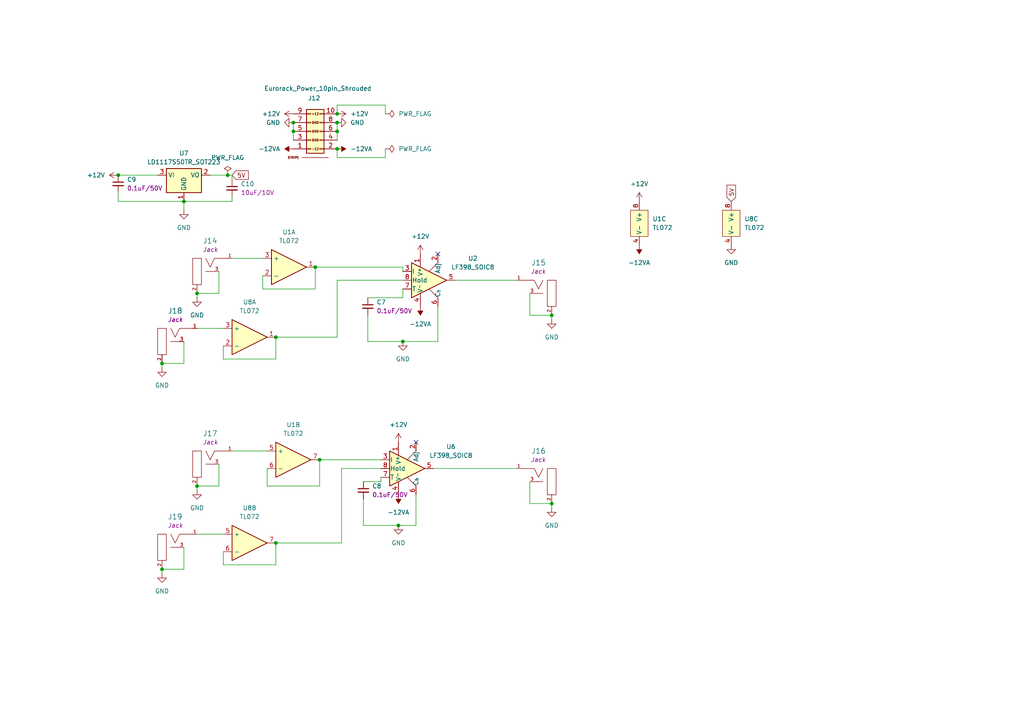
<source format=kicad_sch>
(kicad_sch (version 20231120) (generator "eeschema") (generator_version "8.0")
  (paper "A4")
  (lib_symbols
    (symbol "4ms_Capacitor:0.1uF_0805_50V" (pin_numbers hide) (pin_names (offset 0.254))
      (property "Reference" "C" (at 1.905 1.27 0))
      (property "Display" "0.1uF/50V" (at 1.905 -1.27 0))
      (symbol "0.1uF_0805_50V_1_1"
        (polyline (pts (xy -1.524 -0.508) (xy 1.524 -0.508)) (stroke (width 0.3302)))
        (polyline (pts (xy -1.524 0.508) (xy 1.524 0.508)) (stroke (width 0.3048)))
        (pin passive line (at 0 2.54 270) (length 2.032) (name "~") (number "1"))
        (pin passive line (at 0 -2.54 90) (length 2.032) (name "~") (number "2"))
      )
    )
    (symbol "4ms_Capacitor:10uF_0603_10V" (pin_numbers hide) (pin_names (offset 0.254) hide)
      (property "Reference" "C" (at 1.905 1.27 0))
      (property "Display" "10uF/10V" (at 1.905 -1.27 0))
      (symbol "10uF_0603_10V_0_1"
        (polyline (pts (xy -1.524 -0.508) (xy 1.524 -0.508)) (stroke (width 0.3302)))
        (polyline (pts (xy -1.524 0.508) (xy 1.524 0.508)) (stroke (width 0.3048)))
      )
      (symbol "10uF_0603_10V_1_1"
        (pin passive line (at 0 2.54 270) (length 2.032) (name "~") (number "1"))
        (pin passive line (at 0 -2.54 90) (length 2.032) (name "~") (number "2"))
      )
    )
    (symbol "4ms_Connector:Eurorack_Power_10pin_Shrouded" (pin_names (offset 0.0254) hide)
      (property "Reference" "J" (at 0 7.62 0))
      (property "Value" "Eurorack_Power_10pin_Shrouded" (at 0 10.16 0))
      (symbol "Eurorack_Power_10pin_Shrouded_0_0"
        (text "+12" (at 0 5.08 0) (effects (font (size 0.635 0.635))))
        (text "-12" (at 0 -5.08 0) (effects (font (size 0.635 0.635))))
        (text "GND" (at 0 -2.54 0) (effects (font (size 0.635 0.635))))
        (text "GND" (at 0 0 0) (effects (font (size 0.635 0.635))))
        (text "GND" (at 0 2.54 0) (effects (font (size 0.635 0.635))))
        (text "STRIPE" (at -6.35 -7.62 0) (effects (font (size 0.635 0.635))))
      )
      (symbol "Eurorack_Power_10pin_Shrouded_0_1"
        (rectangle (start -2.54 -6.35) (end 2.54 6.35) (stroke (width 0.254)) (fill (type background)))
        (rectangle (start -2.54 -4.953) (end -1.27 -5.207))
        (rectangle (start -2.54 -2.413) (end -1.27 -2.667))
        (rectangle (start -2.54 0.127) (end -1.27 -0.127))
        (rectangle (start -2.54 2.667) (end -1.27 2.413))
        (rectangle (start -2.54 5.207) (end -1.27 4.953))
        (polyline (pts (xy -3.81 -7.62) (xy 3.81 -7.62) (xy 1.27 -7.62)))
        (rectangle (start 1.27 -4.953) (end 2.54 -5.207))
        (rectangle (start 1.27 -2.413) (end 2.54 -2.667))
        (rectangle (start 1.27 0.127) (end 2.54 -0.127))
        (rectangle (start 1.27 2.667) (end 2.54 2.413))
        (rectangle (start 1.27 5.207) (end 2.54 4.953))
      )
      (symbol "Eurorack_Power_10pin_Shrouded_1_1"
        (pin passive line (at -6.35 -5.08 0) (length 3.81) (name "-12V") (number "1"))
        (pin passive line (at 6.35 5.08 180) (length 3.81) (name "+12V") (number "10"))
        (pin passive line (at 6.35 -5.08 180) (length 3.81) (name "-12V") (number "2"))
        (pin passive line (at -6.35 -2.54 0) (length 3.81) (name "GND") (number "3"))
        (pin passive line (at 6.35 -2.54 180) (length 3.81) (name "GND") (number "4"))
        (pin passive line (at -6.35 0 0) (length 3.81) (name "GND") (number "5"))
        (pin passive line (at 6.35 0 180) (length 3.81) (name "GND") (number "6"))
        (pin passive line (at -6.35 2.54 0) (length 3.81) (name "GND") (number "7"))
        (pin passive line (at 6.35 2.54 180) (length 3.81) (name "GND") (number "8"))
        (pin passive line (at -6.35 5.08 0) (length 3.81) (name "+12V") (number "9"))
      )
    )
    (symbol "4ms_IC:TL072"
      (property "Reference" "U" (at 2.54 5.08 0))
      (property "Value" "TL072" (at 2.54 -3.81 0))
      (symbol "TL072_1_1"
        (polyline (pts (xy -5.08 5.08) (xy 5.08 0) (xy -5.08 -5.08) (xy -5.08 5.08)) (stroke (width 0.254)) (fill (type background)))
        (pin output line (at 7.62 0 180) (length 2.54) (name "~") (number "1"))
        (pin input line (at -7.62 -2.54 0) (length 2.54) (name "-") (number "2"))
        (pin input line (at -7.62 2.54 0) (length 2.54) (name "+") (number "3"))
      )
      (symbol "TL072_2_1"
        (polyline (pts (xy -5.08 5.08) (xy 5.08 0) (xy -5.08 -5.08) (xy -5.08 5.08)) (stroke (width 0.254)) (fill (type background)))
        (pin input line (at -7.62 2.54 0) (length 2.54) (name "+") (number "5"))
        (pin input line (at -7.62 -2.54 0) (length 2.54) (name "-") (number "6"))
        (pin output line (at 7.62 0 180) (length 2.54) (name "~") (number "7"))
      )
      (symbol "TL072_3_1"
        (rectangle (start -2.54 3.81) (end 2.54 -3.81) (fill (type background)))
        (pin power_in line (at 0 -6.35 90) (length 2.54) (name "V-") (number "4"))
        (pin power_in line (at 0 6.35 270) (length 2.54) (name "V+") (number "8"))
      )
    )
    (symbol "4ms_Jack:3.5mm_Mono_Switched_sm" (pin_names (offset 0) hide)
      (property "Reference" "J" (at -5.334 9.144 0))
      (property "Display" "Jack" (at -4.064 6.858 0))
      (symbol "3.5mm_Mono_Switched_sm_0_0"
        (rectangle (start -6.35 5.08) (end -3.81 -2.54))
        (polyline (pts (xy -2.54 1.27) (xy 0 1.27)))
        (polyline (pts (xy -2.54 5.08) (xy -1.27 2.54) (xy 0 5.08) (xy 3.81 5.08)))
      )
      (symbol "3.5mm_Mono_Switched_sm_1_1"
        (pin passive line (at 5.08 5.08 180) (length 1.27) (name "SIG") (number "1"))
        (pin passive line (at -5.08 -5.08 90) (length 2.54) (name "SHEILD") (number "2"))
        (pin passive line (at 1.27 1.27 180) (length 1.27) (name "SW") (number "3"))
      )
    )
    (symbol "4ms_Power-symbol:+12V" (power) (pin_names (offset 0))
      (property "Value" "+12V" (at 0 3.556 0))
      (symbol "+12V_0_1"
        (polyline (pts (xy -0.762 1.27) (xy 0 2.54)))
        (polyline (pts (xy 0 0) (xy 0 2.54)))
        (polyline (pts (xy 0 2.54) (xy 0.762 1.27)))
      )
      (symbol "+12V_1_1"
        (pin power_in line (at 0 0 90) (length 0) hide (name "+12V") (number "1"))
      )
    )
    (symbol "4ms_Power-symbol:-12VA" (power) (pin_names (offset 0))
      (property "Value" "-12VA" (at 0 3.556 0))
      (symbol "-12VA_0_0"
        (pin power_in line (at 0 0 90) (length 0) hide (name "-12VA") (number "1"))
      )
      (symbol "-12VA_0_1"
        (polyline (pts (xy 0 0) (xy 0 1.27) (xy 0.762 1.27) (xy 0 2.54) (xy -0.762 1.27) (xy 0 1.27)) (fill (type outline)))
      )
    )
    (symbol "Analog:LF398_SOIC8" (pin_names (offset 0.127))
      (property "Reference" "U" (at 5.08 3.81 0))
      (property "Value" "LF398_SOIC8" (at 5.08 -2.54 0))
      (symbol "LF398_SOIC8_0_1"
        (polyline (pts (xy 0 -2.54) (xy 2.54 -5.08)))
        (polyline (pts (xy 2.54 5.08) (xy 0 2.54)))
        (polyline (pts (xy -5.08 5.08) (xy 5.08 0) (xy -5.08 -5.08) (xy -5.08 5.08)) (stroke (width 0.254)) (fill (type background)))
      )
      (symbol "LF398_SOIC8_1_1"
        (pin passive line (at -2.54 7.62 270) (length 3.81) (name "V^{+}") (number "1"))
        (pin passive line (at 2.54 7.62 270) (length 2.54) (name "Adj") (number "2"))
        (pin input line (at -7.62 2.54 0) (length 2.54) (name "I") (number "3"))
        (pin passive line (at -2.54 -7.62 90) (length 3.81) (name "V^{-}") (number "4"))
        (pin output line (at 7.62 0 180) (length 2.54) (name "~") (number "5"))
        (pin passive line (at 2.54 -7.62 90) (length 2.54) (name "C_{h}") (number "6"))
        (pin passive line (at -7.62 -2.54 0) (length 2.54) (name "T") (number "7"))
        (pin input line (at -7.62 0 0) (length 2.54) (name "Hold") (number "8"))
      )
    )
    (symbol "Regulator_Linear:LD1117S50TR_SOT223"
      (property "Reference" "U" (at -3.81 3.175 0))
      (property "Value" "LD1117S50TR_SOT223" (at 0 3.175 0))
      (symbol "LD1117S50TR_SOT223_0_1"
        (rectangle (start -5.08 -5.08) (end 5.08 1.905) (stroke (width 0.254)) (fill (type background)))
      )
      (symbol "LD1117S50TR_SOT223_1_1"
        (pin power_in line (at 0 -7.62 90) (length 2.54) (name "GND") (number "1"))
        (pin power_out line (at 7.62 0 180) (length 2.54) (name "VO") (number "2"))
        (pin power_in line (at -7.62 0 0) (length 2.54) (name "VI") (number "3"))
      )
    )
    (symbol "power:GND" (power) (pin_numbers hide) (pin_names (offset 0) hide)
      (property "Value" "GND" (at 0 -3.81 0))
      (symbol "GND_0_1"
        (polyline (pts (xy 0 0) (xy 0 -1.27) (xy 1.27 -1.27) (xy 0 -2.54) (xy -1.27 -1.27) (xy 0 -1.27)))
      )
      (symbol "GND_1_1"
        (pin power_in line (at 0 0 270) (length 0) (name "~") (number "1"))
      )
    )
    (symbol "power:PWR_FLAG" (power) (pin_numbers hide) (pin_names (offset 0) hide)
      (property "Value" "PWR_FLAG" (at 0 3.81 0))
      (symbol "PWR_FLAG_0_0"
        (pin power_out line (at 0 0 90) (length 0) (name "~") (number "1"))
      )
      (symbol "PWR_FLAG_0_1"
        (polyline (pts (xy 0 0) (xy 0 1.27) (xy -1.016 1.905) (xy 0 2.54) (xy 1.016 1.905) (xy 0 1.27)))
      )
    )
  )
  (junction (at 85.09 35.56))
  (junction (at 115.57 152.4))
  (junction (at 97.79 35.56))
  (junction (at 85.09 38.1))
  (junction (at 116.84 99.06))
  (junction (at 160.02 91.44))
  (junction (at 46.99 105.41))
  (junction (at 57.15 140.97))
  (junction (at 97.79 33.02))
  (junction (at 97.79 43.18))
  (junction (at 80.01 157.48))
  (junction (at 160.02 146.05))
  (junction (at 66.04 50.8))
  (junction (at 92.71 133.35))
  (junction (at 57.15 85.09))
  (junction (at 97.79 38.1))
  (junction (at 34.29 50.8))
  (junction (at 53.34 58.42))
  (junction (at 91.44 77.47))
  (junction (at 46.99 165.1))
  (junction (at 80.01 97.79))
  (no_connect (at 120.65 128.27))
  (no_connect (at 127 73.66))
  (wire (pts (xy 85.09 38.1) (xy 85.09 40.64)))
  (wire (pts (xy 57.15 140.97) (xy 63.5 140.97)))
  (wire (pts (xy 53.34 58.42) (xy 53.34 60.96)))
  (wire (pts (xy 60.96 50.8) (xy 66.04 50.8)))
  (wire (pts (xy 77.47 140.97) (xy 92.71 140.97)))
  (wire (pts (xy 64.77 163.83) (xy 80.01 163.83)))
  (wire (pts (xy 46.99 165.1) (xy 53.34 165.1)))
  (wire (pts (xy 153.67 91.44) (xy 153.67 85.09)))
  (wire (pts (xy 46.99 105.41) (xy 53.34 105.41)))
  (wire (pts (xy 127 88.9) (xy 127 99.06)))
  (wire (pts (xy 105.41 139.7) (xy 110.49 139.7)))
  (wire (pts (xy 153.67 146.05) (xy 153.67 139.7)))
  (wire (pts (xy 57.15 142.24) (xy 57.15 140.97)))
  (wire (pts (xy 77.47 135.89) (xy 77.47 140.97)))
  (wire (pts (xy 106.68 86.36) (xy 116.84 86.36)))
  (wire (pts (xy 97.79 81.28) (xy 116.84 81.28)))
  (wire (pts (xy 80.01 157.48) (xy 99.06 157.48)))
  (wire (pts (xy 92.71 133.35) (xy 110.49 133.35)))
  (wire (pts (xy 57.15 86.36) (xy 57.15 85.09)))
  (wire (pts (xy 97.79 97.79) (xy 97.79 81.28)))
  (wire (pts (xy 115.57 152.4) (xy 120.65 152.4)))
  (wire (pts (xy 67.31 50.8) (xy 67.31 52.07)))
  (wire (pts (xy 63.5 85.09) (xy 63.5 78.74)))
  (wire (pts (xy 57.15 95.25) (xy 64.77 95.25)))
  (wire (pts (xy 105.41 152.4) (xy 105.41 144.78)))
  (wire (pts (xy 160.02 92.71) (xy 160.02 91.44)))
  (wire (pts (xy 111.76 33.02) (xy 111.76 30.48)))
  (wire (pts (xy 99.06 135.89) (xy 110.49 135.89)))
  (wire (pts (xy 34.29 55.88) (xy 34.29 58.42)))
  (wire (pts (xy 92.71 140.97) (xy 92.71 133.35)))
  (wire (pts (xy 67.31 58.42) (xy 67.31 57.15)))
  (wire (pts (xy 111.76 30.48) (xy 97.79 30.48)))
  (wire (pts (xy 97.79 43.18) (xy 97.79 45.72)))
  (wire (pts (xy 116.84 99.06) (xy 106.68 99.06)))
  (wire (pts (xy 91.44 83.82) (xy 91.44 77.47)))
  (wire (pts (xy 46.99 166.37) (xy 46.99 165.1)))
  (wire (pts (xy 57.15 154.94) (xy 64.77 154.94)))
  (wire (pts (xy 64.77 104.14) (xy 80.01 104.14)))
  (wire (pts (xy 160.02 91.44) (xy 153.67 91.44)))
  (wire (pts (xy 64.77 100.33) (xy 64.77 104.14)))
  (wire (pts (xy 160.02 147.32) (xy 160.02 146.05)))
  (wire (pts (xy 53.34 105.41) (xy 53.34 99.06)))
  (wire (pts (xy 97.79 30.48) (xy 97.79 33.02)))
  (wire (pts (xy 132.08 81.28) (xy 149.86 81.28)))
  (wire (pts (xy 80.01 163.83) (xy 80.01 157.48)))
  (wire (pts (xy 97.79 38.1) (xy 97.79 40.64)))
  (wire (pts (xy 76.2 80.01) (xy 76.2 83.82)))
  (wire (pts (xy 106.68 99.06) (xy 106.68 91.44)))
  (wire (pts (xy 125.73 135.89) (xy 149.86 135.89)))
  (wire (pts (xy 110.49 139.7) (xy 110.49 138.43)))
  (wire (pts (xy 80.01 97.79) (xy 97.79 97.79)))
  (wire (pts (xy 115.57 152.4) (xy 105.41 152.4)))
  (wire (pts (xy 66.04 50.8) (xy 67.31 50.8)))
  (wire (pts (xy 160.02 146.05) (xy 153.67 146.05)))
  (wire (pts (xy 97.79 45.72) (xy 111.76 45.72)))
  (wire (pts (xy 34.29 58.42) (xy 53.34 58.42)))
  (wire (pts (xy 85.09 35.56) (xy 85.09 38.1)))
  (wire (pts (xy 67.31 130.81) (xy 77.47 130.81)))
  (wire (pts (xy 111.76 45.72) (xy 111.76 43.18)))
  (wire (pts (xy 116.84 77.47) (xy 116.84 78.74)))
  (wire (pts (xy 80.01 104.14) (xy 80.01 97.79)))
  (wire (pts (xy 53.34 58.42) (xy 67.31 58.42)))
  (wire (pts (xy 53.34 165.1) (xy 53.34 158.75)))
  (wire (pts (xy 127 99.06) (xy 116.84 99.06)))
  (wire (pts (xy 91.44 77.47) (xy 116.84 77.47)))
  (wire (pts (xy 76.2 83.82) (xy 91.44 83.82)))
  (wire (pts (xy 99.06 135.89) (xy 99.06 157.48)))
  (wire (pts (xy 57.15 85.09) (xy 63.5 85.09)))
  (wire (pts (xy 46.99 106.68) (xy 46.99 105.41)))
  (wire (pts (xy 64.77 160.02) (xy 64.77 163.83)))
  (wire (pts (xy 97.79 35.56) (xy 97.79 38.1)))
  (wire (pts (xy 116.84 86.36) (xy 116.84 83.82)))
  (wire (pts (xy 67.31 74.93) (xy 76.2 74.93)))
  (wire (pts (xy 63.5 140.97) (xy 63.5 134.62)))
  (wire (pts (xy 34.29 50.8) (xy 45.72 50.8)))
  (wire (pts (xy 120.65 152.4) (xy 120.65 143.51)))
  (global_label "5V" (shape input) (at 212.09 58.42 90) (property "Intersheetrefs" "${INTERSHEET_REFS}" (effects (hide yes))))
  (global_label "5V" (shape input) (at 67.31 50.8 0) (property "Intersheetrefs" "${INTERSHEET_REFS}" (effects (hide yes))))
  (symbol (lib_id "power:GND") (at 57.15 142.24 0) (unit 1)
    (property "Reference" "#PWR044" (effects (hide yes)))
    (property "Value" "GND" (at 57.15 147.32 0))
    (property "Description" "Power symbol creates a global label with name \"GND\" , ground" (effects (hide yes)))
  )
  (symbol (lib_id "power:GND") (at 116.84 99.06 0) (unit 1)
    (property "Reference" "#PWR045" (effects (hide yes)))
    (property "Value" "GND" (at 116.84 104.14 0))
    (property "Description" "Power symbol creates a global label with name \"GND\" , ground" (effects (hide yes)))
  )
  (symbol (lib_id "4ms_IC:TL072") (at 85.09 133.35 0) (unit 2)
    (property "Reference" "U1" (at 85.09 123.19 0))
    (property "Value" "TL072" (at 85.09 125.73 0))
    (property "Footprint" "4ms_Package_SSOP:TSSOP-8_4.4x3mm_Pitch0.65mm" (effects (hide yes)))
    (property "Description" "TL072 Dual Opamp TSSOP-8" (effects (hide yes)))
    (property "Specifications" "TL072 Dual Opamp" (effects (hide yes)))
    (property "JLCPCB ID" "C90748" (effects (hide yes)))
    (property "Production Stage" "A" (effects (hide yes)))
  )
  (symbol (lib_id "4ms_Power-symbol:+12V") (at 97.79 33.02 270) (unit 1)
    (property "Reference" "#PWR031" (effects (hide yes)))
    (property "Value" "+12V" (at 101.6 33.0199 90) (effects (justify left)))
  )
  (symbol (lib_id "power:PWR_FLAG") (at 66.04 50.8 0) (unit 1)
    (property "Reference" "#FLG06" (effects (hide yes)))
    (property "Value" "PWR_FLAG" (at 66.04 45.72 0))
    (property "Description" "Special symbol for telling ERC where power comes from" (effects (hide yes)))
  )
  (symbol (lib_id "4ms_Jack:3.5mm_Mono_Switched_sm") (at 154.94 86.36 0) (mirror y) (unit 1)
    (property "Reference" "J15" (at 156.21 76.2 0) (effects (font (size 1.524 1.524))))
    (property "Value" "3.5mm_Mono_Switched_sm" (effects (hide yes)))
    (property "Footprint" "4ms_Jack:EighthInch_PJ398SM" (effects (hide yes)))
    (property "Description" "Audio 3.5mm Jack, mono, switched, PC-pin Vertical" (effects (hide yes)))
    (property "Specifications" "Audio 3.5mm Jack, mono, switched, PC-pin Vertical" (effects (hide yes)))
    (property "Manufacturer" "Wenzhou QingPu Electronics Co" (effects (hide yes)))
    (property "Part Number" "WQP-WQP518MA" (effects (hide yes)))
    (property "Production Stage" "C" (effects (hide yes)))
    (property "Display" "Jack" (at 156.21 78.74 0) (effects (font (italic yes))))
  )
  (symbol (lib_id "power:GND") (at 46.99 106.68 0) (unit 1)
    (property "Reference" "#PWR046" (effects (hide yes)))
    (property "Value" "GND" (at 46.99 111.76 0))
    (property "Description" "Power symbol creates a global label with name \"GND\" , ground" (effects (hide yes)))
  )
  (symbol (lib_id "4ms_Jack:3.5mm_Mono_Switched_sm") (at 52.07 100.33 0) (unit 1)
    (property "Reference" "J18" (at 50.8 90.17 0) (effects (font (size 1.524 1.524))))
    (property "Value" "3.5mm_Mono_Switched_sm" (effects (hide yes)))
    (property "Footprint" "4ms_Jack:EighthInch_PJ398SM" (effects (hide yes)))
    (property "Description" "Audio 3.5mm Jack, mono, switched, PC-pin Vertical" (effects (hide yes)))
    (property "Specifications" "Audio 3.5mm Jack, mono, switched, PC-pin Vertical" (effects (hide yes)))
    (property "Manufacturer" "Wenzhou QingPu Electronics Co" (effects (hide yes)))
    (property "Part Number" "WQP-WQP518MA" (effects (hide yes)))
    (property "Production Stage" "C" (effects (hide yes)))
    (property "Display" "Jack" (at 50.8 92.71 0) (effects (font (italic yes))))
  )
  (symbol (lib_id "4ms_IC:TL072") (at 185.42 64.77 0) (unit 3)
    (property "Reference" "U1" (at 189.23 63.4999 0) (effects (justify left)))
    (property "Value" "TL072" (at 189.23 66.0399 0) (effects (justify left)))
    (property "Footprint" "4ms_Package_SSOP:TSSOP-8_4.4x3mm_Pitch0.65mm" (effects (hide yes)))
    (property "Description" "TL072 Dual Opamp TSSOP-8" (effects (hide yes)))
    (property "Specifications" "TL072 Dual Opamp" (effects (hide yes)))
    (property "JLCPCB ID" "C90748" (effects (hide yes)))
    (property "Production Stage" "A" (effects (hide yes)))
  )
  (symbol (lib_id "4ms_IC:TL072") (at 72.39 157.48 0) (unit 2)
    (property "Reference" "U8" (at 72.39 147.32 0))
    (property "Value" "TL072" (at 72.39 149.86 0))
    (property "Footprint" "4ms_Package_SSOP:TSSOP-8_4.4x3mm_Pitch0.65mm" (effects (hide yes)))
    (property "Description" "TL072 Dual Opamp TSSOP-8" (effects (hide yes)))
    (property "Specifications" "TL072 Dual Opamp" (effects (hide yes)))
    (property "JLCPCB ID" "C90748" (effects (hide yes)))
    (property "Production Stage" "A" (effects (hide yes)))
  )
  (symbol (lib_id "4ms_Power-symbol:-12VA") (at 97.79 43.18 270) (unit 1)
    (property "Reference" "#PWR036" (effects (hide yes)))
    (property "Value" "-12VA" (at 101.6 43.1799 90) (effects (justify left)))
  )
  (symbol (lib_id "power:GND") (at 160.02 92.71 0) (mirror y) (unit 1)
    (property "Reference" "#PWR042" (effects (hide yes)))
    (property "Value" "GND" (at 160.02 97.79 0))
    (property "Description" "Power symbol creates a global label with name \"GND\" , ground" (effects (hide yes)))
  )
  (symbol (lib_id "power:GND") (at 97.79 35.56 90) (unit 1)
    (property "Reference" "#PWR032" (effects (hide yes)))
    (property "Value" "GND" (at 101.6 35.5599 90) (effects (justify right)))
    (property "Description" "Power symbol creates a global label with name \"GND\" , ground" (effects (hide yes)))
  )
  (symbol (lib_id "4ms_IC:TL072") (at 83.82 77.47 0) (unit 1)
    (property "Reference" "U1" (at 83.82 67.31 0))
    (property "Value" "TL072" (at 83.82 69.85 0))
    (property "Footprint" "4ms_Package_SSOP:TSSOP-8_4.4x3mm_Pitch0.65mm" (effects (hide yes)))
    (property "Description" "TL072 Dual Opamp TSSOP-8" (effects (hide yes)))
    (property "Specifications" "TL072 Dual Opamp" (effects (hide yes)))
    (property "JLCPCB ID" "C90748" (effects (hide yes)))
    (property "Production Stage" "A" (effects (hide yes)))
  )
  (symbol (lib_id "4ms_Capacitor:0.1uF_0805_50V") (at 106.68 88.9 0) (unit 1)
    (property "Reference" "C7" (at 109.22 87.6362 0) (effects (justify left)))
    (property "Value" "0.1uF_0805_50V" (effects (hide yes)))
    (property "Footprint" "4ms_Capacitor:C_0805" (effects (hide yes)))
    (property "Description" "0.1uF, 50V, 0805, MLCC, X5R or similar" (effects (hide yes)))
    (property "Specifications" "0.1uF, 50V, 0805, MLCC, X5R or similar" (effects (hide yes)))
    (property "Manufacturer" "Murata" (effects (hide yes)))
    (property "Part Number" "GCJ21BL81H104KA01L" (effects (hide yes)))
    (property "Display" "0.1uF/50V" (at 109.22 90.1762 0) (effects (justify left)))
    (property "Production Stage" "A" (effects (hide yes)))
  )
  (symbol (lib_id "4ms_Jack:3.5mm_Mono_Switched_sm") (at 62.23 80.01 0) (unit 1)
    (property "Reference" "J14" (at 60.96 69.85 0) (effects (font (size 1.524 1.524))))
    (property "Value" "3.5mm_Mono_Switched_sm" (effects (hide yes)))
    (property "Footprint" "4ms_Jack:EighthInch_PJ398SM" (effects (hide yes)))
    (property "Description" "Audio 3.5mm Jack, mono, switched, PC-pin Vertical" (effects (hide yes)))
    (property "Specifications" "Audio 3.5mm Jack, mono, switched, PC-pin Vertical" (effects (hide yes)))
    (property "Manufacturer" "Wenzhou QingPu Electronics Co" (effects (hide yes)))
    (property "Part Number" "WQP-WQP518MA" (effects (hide yes)))
    (property "Production Stage" "C" (effects (hide yes)))
    (property "Display" "Jack" (at 60.96 72.39 0) (effects (font (italic yes))))
  )
  (symbol (lib_id "4ms_Jack:3.5mm_Mono_Switched_sm") (at 154.94 140.97 0) (mirror y) (unit 1)
    (property "Reference" "J16" (at 156.21 130.81 0) (effects (font (size 1.524 1.524))))
    (property "Value" "3.5mm_Mono_Switched_sm" (effects (hide yes)))
    (property "Footprint" "4ms_Jack:EighthInch_PJ398SM" (effects (hide yes)))
    (property "Description" "Audio 3.5mm Jack, mono, switched, PC-pin Vertical" (effects (hide yes)))
    (property "Specifications" "Audio 3.5mm Jack, mono, switched, PC-pin Vertical" (effects (hide yes)))
    (property "Manufacturer" "Wenzhou QingPu Electronics Co" (effects (hide yes)))
    (property "Part Number" "WQP-WQP518MA" (effects (hide yes)))
    (property "Production Stage" "C" (effects (hide yes)))
    (property "Display" "Jack" (at 156.21 133.35 0) (effects (font (italic yes))))
  )
  (symbol (lib_id "power:PWR_FLAG") (at 111.76 43.18 270) (unit 1)
    (property "Reference" "#FLG04" (effects (hide yes)))
    (property "Value" "PWR_FLAG" (at 115.57 43.1799 90) (effects (justify left)))
    (property "Description" "Special symbol for telling ERC where power comes from" (effects (hide yes)))
  )
  (symbol (lib_id "4ms_Power-symbol:+12V") (at 34.29 50.8 90) (unit 1)
    (property "Reference" "#PWR052" (effects (hide yes)))
    (property "Value" "+12V" (at 30.48 50.7999 90) (effects (justify left)))
  )
  (symbol (lib_id "Analog:LF398_SOIC8") (at 124.46 81.28 0) (unit 1)
    (property "Reference" "U2" (at 137.16 74.9614 0))
    (property "Value" "LF398_SOIC8" (at 137.16 77.5014 0))
    (property "Footprint" "Package_SO:SOIC-8_3.9x4.9mm_P1.27mm" (effects (hide yes)))
    (property "Datasheet" "https://www.analog.com/media/en/technical-documentation/data-sheets/lt0398s8.pdf" (effects (hide yes)))
    (property "Description" "Sample And Hold Unity Gain Follower, SOIC-8" (effects (hide yes)))
  )
  (symbol (lib_id "4ms_Power-symbol:+12V") (at 85.09 33.02 90) (unit 1)
    (property "Reference" "#PWR025" (effects (hide yes)))
    (property "Value" "+12V" (at 81.28 33.0199 90) (effects (justify left)))
  )
  (symbol (lib_id "4ms_Capacitor:0.1uF_0805_50V") (at 105.41 142.24 0) (unit 1)
    (property "Reference" "C8" (at 107.95 140.9762 0) (effects (justify left)))
    (property "Value" "0.1uF_0805_50V" (effects (hide yes)))
    (property "Footprint" "4ms_Capacitor:C_0805" (effects (hide yes)))
    (property "Description" "0.1uF, 50V, 0805, MLCC, X5R or similar" (effects (hide yes)))
    (property "Specifications" "0.1uF, 50V, 0805, MLCC, X5R or similar" (effects (hide yes)))
    (property "Manufacturer" "Murata" (effects (hide yes)))
    (property "Part Number" "GCJ21BL81H104KA01L" (effects (hide yes)))
    (property "Display" "0.1uF/50V" (at 107.95 143.5162 0) (effects (justify left)))
    (property "Production Stage" "A" (effects (hide yes)))
  )
  (symbol (lib_id "4ms_Power-symbol:-12VA") (at 185.42 71.12 180) (unit 1)
    (property "Reference" "#PWR049" (effects (hide yes)))
    (property "Value" "-12VA" (at 185.42 76.2 0))
  )
  (symbol (lib_id "4ms_Capacitor:10uF_0603_10V") (at 67.31 54.61 0) (unit 1)
    (property "Reference" "C10" (at 69.85 53.3462 0) (effects (justify left)))
    (property "Value" "10uF_0603_10V" (effects (hide yes)))
    (property "Footprint" "4ms_Capacitor:C_0603" (effects (hide yes)))
    (property "Description" "10uF, Min. 10V X5R 10%" (effects (hide yes)))
    (property "Specifications" "10uF, Min. 10V X5R 10%" (effects (hide yes)))
    (property "Manufacturer" "Murata" (effects (hide yes)))
    (property "Part Number" "GRM188R61A106KE69D" (effects (hide yes)))
    (property "Display" "10uF/10V" (at 69.85 55.8862 0) (effects (justify left)))
    (property "JLCPCB ID" "C19702" (effects (hide yes)))
    (property "Production Stage" "A" (effects (hide yes)))
  )
  (symbol (lib_id "power:GND") (at 46.99 166.37 0) (unit 1)
    (property "Reference" "#PWR048" (effects (hide yes)))
    (property "Value" "GND" (at 46.99 171.45 0))
    (property "Description" "Power symbol creates a global label with name \"GND\" , ground" (effects (hide yes)))
  )
  (symbol (lib_id "4ms_Capacitor:0.1uF_0805_50V") (at 34.29 53.34 0) (unit 1)
    (property "Reference" "C9" (at 36.83 52.0762 0) (effects (justify left)))
    (property "Value" "0.1uF_0805_50V" (effects (hide yes)))
    (property "Footprint" "4ms_Capacitor:C_0805" (effects (hide yes)))
    (property "Description" "0.1uF, 50V, 0805, MLCC, X5R or similar" (effects (hide yes)))
    (property "Specifications" "0.1uF, 50V, 0805, MLCC, X5R or similar" (effects (hide yes)))
    (property "Manufacturer" "Murata" (effects (hide yes)))
    (property "Part Number" "GCJ21BL81H104KA01L" (effects (hide yes)))
    (property "Display" "0.1uF/50V" (at 36.83 54.6162 0) (effects (justify left)))
    (property "Production Stage" "A" (effects (hide yes)))
  )
  (symbol (lib_id "4ms_Power-symbol:+12V") (at 115.57 128.27 0) (unit 1)
    (property "Reference" "#PWR037" (effects (hide yes)))
    (property "Value" "+12V" (at 115.57 123.19 0))
  )
  (symbol (lib_id "power:GND") (at 115.57 152.4 0) (unit 1)
    (property "Reference" "#PWR047" (effects (hide yes)))
    (property "Value" "GND" (at 115.57 157.48 0))
    (property "Description" "Power symbol creates a global label with name \"GND\" , ground" (effects (hide yes)))
  )
  (symbol (lib_id "power:PWR_FLAG") (at 111.76 33.02 270) (unit 1)
    (property "Reference" "#FLG01" (effects (hide yes)))
    (property "Value" "PWR_FLAG" (at 115.57 33.0199 90) (effects (justify left)))
    (property "Description" "Special symbol for telling ERC where power comes from" (effects (hide yes)))
  )
  (symbol (lib_id "4ms_Power-symbol:-12VA") (at 85.09 43.18 90) (unit 1)
    (property "Reference" "#PWR029" (effects (hide yes)))
    (property "Value" "-12VA" (at 81.28 43.1799 90) (effects (justify left)))
  )
  (symbol (lib_id "power:GND") (at 57.15 86.36 0) (unit 1)
    (property "Reference" "#PWR041" (effects (hide yes)))
    (property "Value" "GND" (at 57.15 91.44 0))
    (property "Description" "Power symbol creates a global label with name \"GND\" , ground" (effects (hide yes)))
  )
  (symbol (lib_id "4ms_IC:TL072") (at 72.39 97.79 0) (unit 1)
    (property "Reference" "U8" (at 72.39 87.63 0))
    (property "Value" "TL072" (at 72.39 90.17 0))
    (property "Footprint" "4ms_Package_SSOP:TSSOP-8_4.4x3mm_Pitch0.65mm" (effects (hide yes)))
    (property "Description" "TL072 Dual Opamp TSSOP-8" (effects (hide yes)))
    (property "Specifications" "TL072 Dual Opamp" (effects (hide yes)))
    (property "JLCPCB ID" "C90748" (effects (hide yes)))
    (property "Production Stage" "A" (effects (hide yes)))
  )
  (symbol (lib_id "power:GND") (at 160.02 147.32 0) (mirror y) (unit 1)
    (property "Reference" "#PWR043" (effects (hide yes)))
    (property "Value" "GND" (at 160.02 152.4 0))
    (property "Description" "Power symbol creates a global label with name \"GND\" , ground" (effects (hide yes)))
  )
  (symbol (lib_id "Regulator_Linear:LD1117S50TR_SOT223") (at 53.34 50.8 0) (unit 1)
    (property "Reference" "U7" (at 53.34 44.45 0))
    (property "Value" "LD1117S50TR_SOT223" (at 53.34 46.99 0))
    (property "Footprint" "Package_TO_SOT_SMD:SOT-223-3_TabPin2" (effects (hide yes)))
    (property "Datasheet" "http://www.st.com/st-web-ui/static/active/en/resource/technical/document/datasheet/CD00000544.pdf" (effects (hide yes)))
    (property "Description" "800mA Fixed Low Drop Positive Voltage Regulator, Fixed Output 5.0V, SOT-223" (effects (hide yes)))
  )
  (symbol (lib_id "4ms_Power-symbol:+12V") (at 185.42 58.42 0) (unit 1)
    (property "Reference" "#PWR050" (effects (hide yes)))
    (property "Value" "+12V" (at 185.42 53.34 0))
  )
  (symbol (lib_id "4ms_Power-symbol:-12VA") (at 121.92 88.9 180) (unit 1)
    (property "Reference" "#PWR039" (effects (hide yes)))
    (property "Value" "-12VA" (at 121.92 93.98 0))
  )
  (symbol (lib_id "4ms_IC:TL072") (at 212.09 64.77 0) (unit 3)
    (property "Reference" "U8" (at 215.9 63.4999 0) (effects (justify left)))
    (property "Value" "TL072" (at 215.9 66.0399 0) (effects (justify left)))
    (property "Footprint" "4ms_Package_SSOP:TSSOP-8_4.4x3mm_Pitch0.65mm" (effects (hide yes)))
    (property "Description" "TL072 Dual Opamp TSSOP-8" (effects (hide yes)))
    (property "Specifications" "TL072 Dual Opamp" (effects (hide yes)))
    (property "JLCPCB ID" "C90748" (effects (hide yes)))
    (property "Production Stage" "A" (effects (hide yes)))
  )
  (symbol (lib_id "4ms_Jack:3.5mm_Mono_Switched_sm") (at 62.23 135.89 0) (unit 1)
    (property "Reference" "J17" (at 60.96 125.73 0) (effects (font (size 1.524 1.524))))
    (property "Value" "3.5mm_Mono_Switched_sm" (effects (hide yes)))
    (property "Footprint" "4ms_Jack:EighthInch_PJ398SM" (effects (hide yes)))
    (property "Description" "Audio 3.5mm Jack, mono, switched, PC-pin Vertical" (effects (hide yes)))
    (property "Specifications" "Audio 3.5mm Jack, mono, switched, PC-pin Vertical" (effects (hide yes)))
    (property "Manufacturer" "Wenzhou QingPu Electronics Co" (effects (hide yes)))
    (property "Part Number" "WQP-WQP518MA" (effects (hide yes)))
    (property "Production Stage" "C" (effects (hide yes)))
    (property "Display" "Jack" (at 60.96 128.27 0) (effects (font (italic yes))))
  )
  (symbol (lib_id "4ms_Connector:Eurorack_Power_10pin_Shrouded") (at 91.44 38.1 0) (unit 1)
    (property "Reference" "J12" (at 91.1113 28.448 0))
    (property "Value" "Eurorack_Power_10pin_Shrouded" (at 92.202 25.654 0))
    (property "Footprint" "4ms_Connector:Pins_2x05_2.54mm_TH_EurorackPower_Shrouded" (effects (hide yes)))
    (property "Datasheet" "https://www.mouser.com/datasheet/2/445/61201021621-1717731.pdf" (effects (hide yes)))
    (property "Description" "HEADER 2x5 MALE PINS 0.100” 180deg" (effects (hide yes)))
    (property "Specifications" "Shrouded header 10-Pin 2.54 Pitch" (effects (hide yes)))
    (property "Manufacturer" "Wurth Elektronik" (effects (hide yes)))
    (property "Part Number" "61201021621" (effects (hide yes)))
    (property "Production Stage" "B" (effects (hide yes)))
  )
  (symbol (lib_id "power:GND") (at 85.09 35.56 270) (unit 1)
    (property "Reference" "#PWR027" (effects (hide yes)))
    (property "Value" "GND" (at 81.28 35.5599 90) (effects (justify right)))
    (property "Description" "Power symbol creates a global label with name \"GND\" , ground" (effects (hide yes)))
  )
  (symbol (lib_id "4ms_Power-symbol:+12V") (at 121.92 73.66 0) (unit 1)
    (property "Reference" "#PWR038" (effects (hide yes)))
    (property "Value" "+12V" (at 121.92 68.58 0))
  )
  (symbol (lib_id "Analog:LF398_SOIC8") (at 118.11 135.89 0) (unit 1)
    (property "Reference" "U6" (at 130.81 129.5714 0))
    (property "Value" "LF398_SOIC8" (at 130.81 132.1114 0))
    (property "Footprint" "Package_SO:SOIC-8_3.9x4.9mm_P1.27mm" (effects (hide yes)))
    (property "Datasheet" "https://www.analog.com/media/en/technical-documentation/data-sheets/lt0398s8.pdf" (effects (hide yes)))
    (property "Description" "Sample And Hold Unity Gain Follower, SOIC-8" (effects (hide yes)))
  )
  (symbol (lib_id "power:GND") (at 53.34 60.96 0) (unit 1)
    (property "Reference" "#PWR051" (effects (hide yes)))
    (property "Value" "GND" (at 53.34 66.04 0))
    (property "Description" "Power symbol creates a global label with name \"GND\" , ground" (effects (hide yes)))
  )
  (symbol (lib_id "power:GND") (at 212.09 71.12 0) (unit 1)
    (property "Reference" "#PWR053" (effects (hide yes)))
    (property "Value" "GND" (at 212.09 76.2 0))
    (property "Description" "Power symbol creates a global label with name \"GND\" , ground" (effects (hide yes)))
  )
  (symbol (lib_id "4ms_Power-symbol:-12VA") (at 115.57 143.51 180) (unit 1)
    (property "Reference" "#PWR040" (effects (hide yes)))
    (property "Value" "-12VA" (at 115.57 148.59 0))
  )
  (symbol (lib_id "4ms_Jack:3.5mm_Mono_Switched_sm") (at 52.07 160.02 0) (unit 1)
    (property "Reference" "J19" (at 50.8 149.86 0) (effects (font (size 1.524 1.524))))
    (property "Value" "3.5mm_Mono_Switched_sm" (effects (hide yes)))
    (property "Footprint" "4ms_Jack:EighthInch_PJ398SM" (effects (hide yes)))
    (property "Description" "Audio 3.5mm Jack, mono, switched, PC-pin Vertical" (effects (hide yes)))
    (property "Specifications" "Audio 3.5mm Jack, mono, switched, PC-pin Vertical" (effects (hide yes)))
    (property "Manufacturer" "Wenzhou QingPu Electronics Co" (effects (hide yes)))
    (property "Part Number" "WQP-WQP518MA" (effects (hide yes)))
    (property "Production Stage" "C" (effects (hide yes)))
    (property "Display" "Jack" (at 50.8 152.4 0) (effects (font (italic yes))))
  )
)
</source>
